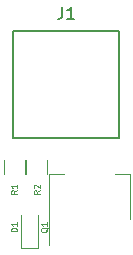
<source format=gbr>
G04 #@! TF.FileFunction,Legend,Top*
%FSLAX46Y46*%
G04 Gerber Fmt 4.6, Leading zero omitted, Abs format (unit mm)*
G04 Created by KiCad (PCBNEW 4.0.6-e0-6349~53~ubuntu16.04.1) date Sun Jul 30 23:13:34 2017*
%MOMM*%
%LPD*%
G01*
G04 APERTURE LIST*
%ADD10C,0.100000*%
%ADD11C,0.120000*%
%ADD12C,0.150000*%
%ADD13C,0.076200*%
G04 APERTURE END LIST*
D10*
D11*
X4055000Y6315000D02*
X4055000Y5115000D01*
X2295000Y5115000D02*
X2295000Y6315000D01*
X2150000Y6315000D02*
X2150000Y5115000D01*
X390000Y5115000D02*
X390000Y6315000D01*
X1840000Y-1165000D02*
X3240000Y-1165000D01*
X3240000Y-1165000D02*
X3240000Y1635000D01*
X1840000Y-1165000D02*
X1840000Y1635000D01*
X11030000Y5085000D02*
X9770000Y5085000D01*
X4210000Y5085000D02*
X5470000Y5085000D01*
X11030000Y1325000D02*
X11030000Y5085000D01*
X4210000Y-925000D02*
X4210000Y5085000D01*
D12*
X1175000Y8200000D02*
X1175000Y17200000D01*
X10175000Y8200000D02*
X1175000Y8200000D01*
X10175000Y17200000D02*
X10175000Y8200000D01*
X1175000Y17200000D02*
X10175000Y17200000D01*
D13*
X3404810Y3725333D02*
X3162905Y3556000D01*
X3404810Y3435047D02*
X2896810Y3435047D01*
X2896810Y3628571D01*
X2921000Y3676952D01*
X2945190Y3701143D01*
X2993571Y3725333D01*
X3066143Y3725333D01*
X3114524Y3701143D01*
X3138714Y3676952D01*
X3162905Y3628571D01*
X3162905Y3435047D01*
X2945190Y3918857D02*
X2921000Y3943047D01*
X2896810Y3991428D01*
X2896810Y4112381D01*
X2921000Y4160762D01*
X2945190Y4184952D01*
X2993571Y4209143D01*
X3041952Y4209143D01*
X3114524Y4184952D01*
X3404810Y3894666D01*
X3404810Y4209143D01*
X1499810Y3725333D02*
X1257905Y3556000D01*
X1499810Y3435047D02*
X991810Y3435047D01*
X991810Y3628571D01*
X1016000Y3676952D01*
X1040190Y3701143D01*
X1088571Y3725333D01*
X1161143Y3725333D01*
X1209524Y3701143D01*
X1233714Y3676952D01*
X1257905Y3628571D01*
X1257905Y3435047D01*
X1499810Y4209143D02*
X1499810Y3918857D01*
X1499810Y4064000D02*
X991810Y4064000D01*
X1064381Y4015619D01*
X1112762Y3967238D01*
X1136952Y3918857D01*
X1499810Y260047D02*
X991810Y260047D01*
X991810Y381000D01*
X1016000Y453571D01*
X1064381Y501952D01*
X1112762Y526143D01*
X1209524Y550333D01*
X1282095Y550333D01*
X1378857Y526143D01*
X1427238Y501952D01*
X1475619Y453571D01*
X1499810Y381000D01*
X1499810Y260047D01*
X1499810Y1034143D02*
X1499810Y743857D01*
X1499810Y889000D02*
X991810Y889000D01*
X1064381Y840619D01*
X1112762Y792238D01*
X1136952Y743857D01*
X4088190Y586619D02*
X4064000Y538238D01*
X4015619Y489857D01*
X3943048Y417286D01*
X3918857Y368905D01*
X3918857Y320524D01*
X4039810Y344714D02*
X4015619Y296333D01*
X3967238Y247952D01*
X3870476Y223762D01*
X3701143Y223762D01*
X3604381Y247952D01*
X3556000Y296333D01*
X3531810Y344714D01*
X3531810Y441476D01*
X3556000Y489857D01*
X3604381Y538238D01*
X3701143Y562429D01*
X3870476Y562429D01*
X3967238Y538238D01*
X4015619Y489857D01*
X4039810Y441476D01*
X4039810Y344714D01*
X4039810Y1046238D02*
X4039810Y755952D01*
X4039810Y901095D02*
X3531810Y901095D01*
X3604381Y852714D01*
X3652762Y804333D01*
X3676952Y755952D01*
D12*
X5341667Y19247619D02*
X5341667Y18533333D01*
X5294047Y18390476D01*
X5198809Y18295238D01*
X5055952Y18247619D01*
X4960714Y18247619D01*
X6341667Y18247619D02*
X5770238Y18247619D01*
X6055952Y18247619D02*
X6055952Y19247619D01*
X5960714Y19104762D01*
X5865476Y19009524D01*
X5770238Y18961905D01*
M02*

</source>
